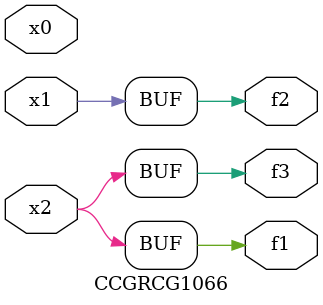
<source format=v>
module CCGRCG1066(
	input x0, x1, x2,
	output f1, f2, f3
);
	assign f1 = x2;
	assign f2 = x1;
	assign f3 = x2;
endmodule

</source>
